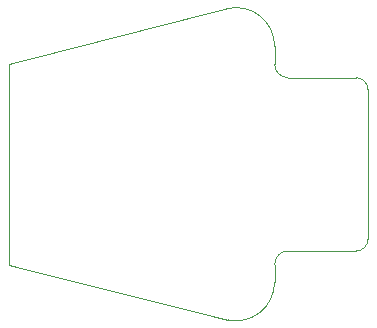
<source format=gbr>
%TF.GenerationSoftware,KiCad,Pcbnew,8.0.8*%
%TF.CreationDate,2025-02-03T14:17:38+01:00*%
%TF.ProjectId,FT25-SLS,46543235-2d53-44c5-932e-6b696361645f,rev?*%
%TF.SameCoordinates,Original*%
%TF.FileFunction,Profile,NP*%
%FSLAX46Y46*%
G04 Gerber Fmt 4.6, Leading zero omitted, Abs format (unit mm)*
G04 Created by KiCad (PCBNEW 8.0.8) date 2025-02-03 14:17:38*
%MOMM*%
%LPD*%
G01*
G04 APERTURE LIST*
%TA.AperFunction,Profile*%
%ADD10C,0.050000*%
%TD*%
G04 APERTURE END LIST*
D10*
X138258135Y-50000000D02*
X138260001Y-51520252D01*
X134300170Y-46817912D02*
G75*
G02*
X138258135Y-50000000I699830J-3182088D01*
G01*
X115800000Y-51500000D02*
X134300170Y-46817912D01*
X139358906Y-52670000D02*
X145160000Y-52670000D01*
X145160000Y-52670000D02*
G75*
G02*
X146160000Y-53670000I0J-1000000D01*
G01*
X146162893Y-66352893D02*
G75*
G02*
X145162893Y-67352893I-999993J-7D01*
G01*
X138258135Y-70000000D02*
G75*
G02*
X134300170Y-73182088I-3258135J0D01*
G01*
X115800000Y-68500000D02*
X134300000Y-73182863D01*
X115800000Y-51500000D02*
X115800000Y-68500000D01*
X138258135Y-70000000D02*
X138270001Y-68500000D01*
X139358906Y-52670000D02*
G75*
G02*
X138260050Y-51520253I31094J1129700D01*
G01*
X146162892Y-66343089D02*
X146160000Y-53670000D01*
X138270001Y-68500000D02*
G75*
G02*
X139368906Y-67350252I1129999J20000D01*
G01*
X139368906Y-67350252D02*
X145162893Y-67352893D01*
M02*

</source>
